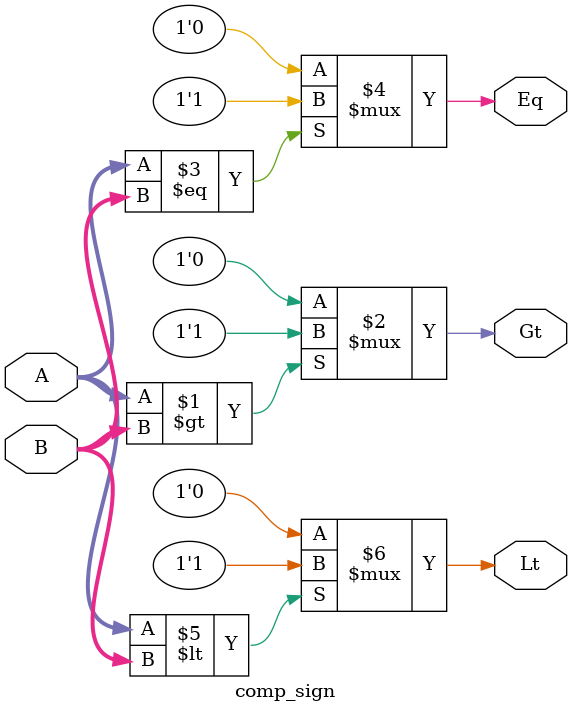
<source format=v>
module comp_sign(
input signed [3:0] A,
input signed [3:0] B,
output wire Gt, Eq, Lt);

assign Gt = (A > B) ? 1'b1 : 1'b0;
assign Eq = (A==B) ? 1'b1 : 1'b0;
assign Lt = (A < B) ? 1'b1 : 1'b0;

endmodule
</source>
